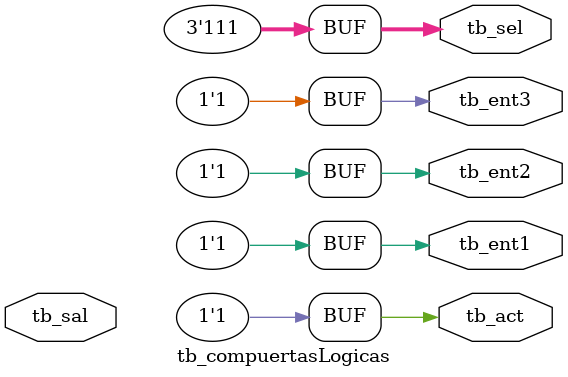
<source format=v>
/* Test Bench Compuertas Logicas
   3 salidas de Prueba
   1 salida de Activador
   1 salida de Selector[2:0]
   1 entrada de Salida
   Comprobar: Funciones Logicas: AND, OR, XOR, NAND, NOR, XNOR
*/

module tb_compuertasLogicas(tb_ent1, tb_ent2, tb_ent3, tb_sel, tb_sal, tb_act);
	output reg 	tb_ent1, tb_ent2, tb_ent3;
	output reg 	tb_act;
 	output reg [2:0]tb_sel;
	input wire 	tb_sal;
	
	/*Instancia*/
	compuertasLogicas instancia (
		.ent1(tb_ent1),
		.ent2(tb_ent2),
		.ent3(tb_ent3),
		.act(tb_act),
		.sel(tb_sel),
		.sal(tb_sal)
		);

	initial begin
		tb_sel = 3'b000;
		tb_act = 1'b0;
		#10;
		tb_act = 1'b1;
		#10;
		tb_sel = 3'b001;
		#10;

		repeat(6)begin
		#10;
		$monitor("Ent1[%b] | Ent2[%b] | Ent3[%b] | Salida[%b]",tb_ent1,tb_ent2,tb_ent3,tb_sal);
		
		tb_ent1 = 0;
		tb_ent2 = 0;
		tb_ent3 = 0;
		#10;

		tb_ent1 = 1;
		tb_ent2 = 0;
		tb_ent3 = 0;
		#10;

		tb_ent1 = 0;
		tb_ent2 = 1;
		tb_ent3 = 0;
		#10;

		tb_ent1 = 1;
		tb_ent2 = 1;
		tb_ent3 = 0;
		#10;


		tb_ent1 = 0;
		tb_ent2 = 0;
		tb_ent3 = 1;
		#10;

		tb_ent1 = 1;
		tb_ent2 = 0;
		tb_ent3 = 1;
		#10;

		tb_ent1 = 0;
		tb_ent2 = 1;
		tb_ent3 = 1;
		#10;

		tb_ent1 = 1;
		tb_ent2 = 1;
		tb_ent3 = 1;
		#10;

		tb_sel = tb_sel + 1;
		#10;

		end

	end



	always@(*)begin

		if(tb_act)		$display("ACT = ON");
		else if(!tb_act)	$display("ACT = OFF");

		case(tb_sel)
			3'b001: $display("SEL = AND");
			3'b010: $display("SEL = OR");
			3'b011: $display("SEL = XOR");
			3'b100: $display("SEL = NAND");
			3'b101: $display("SEL = NOR");
			3'b110: $display("SEL = XNOR");
		default: $display("SEL = OFF");
		endcase

	end

endmodule


</source>
